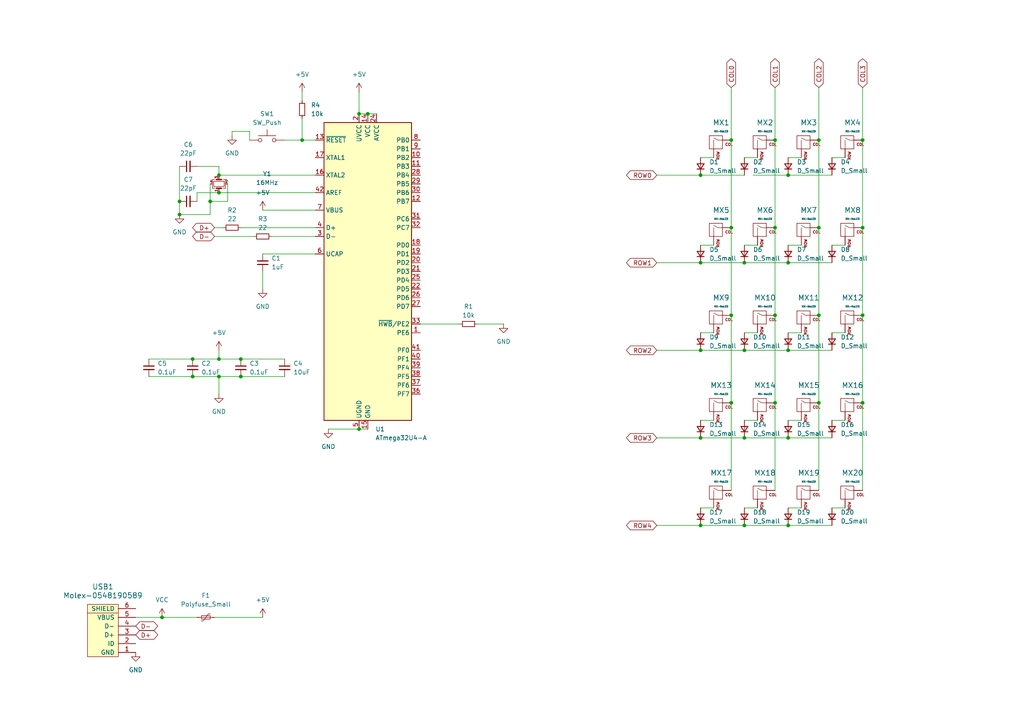
<source format=kicad_sch>
(kicad_sch (version 20230121) (generator eeschema)
  (paper "A4")
  (lib_symbols
    (symbol "Device:C_Small" (pin_numbers hide) (pin_names (offset 0.254) hide)
      (property "Reference" "C" (at 0.254 1.778 0))
      (property "Value" "C_Small" (at 0.254 -2.032 0))
      (symbol "C_Small_0_1"
        (polyline (pts (xy -1.524 -0.508) (xy 1.524 -0.508)) (stroke (width 0.3302)))
        (polyline (pts (xy -1.524 0.508) (xy 1.524 0.508)) (stroke (width 0.3048)))
      )
      (symbol "C_Small_1_1"
        (pin passive line (at 0 2.54 270) (length 2.032) (name "~") (number "1"))
        (pin passive line (at 0 -2.54 90) (length 2.032) (name "~") (number "2"))
      )
    )
    (symbol "Device:Crystal_GND24_Small" (pin_names (offset 1.016) hide)
      (property "Reference" "Y" (at 1.27 4.445 0))
      (property "Value" "Crystal_GND24_Small" (at 1.27 2.54 0))
      (symbol "Crystal_GND24_Small_0_1"
        (rectangle (start -0.762 -1.524) (end 0.762 1.524))
        (polyline (pts (xy -1.27 -0.762) (xy -1.27 0.762)) (stroke (width 0.381)))
        (polyline (pts (xy 1.27 -0.762) (xy 1.27 0.762)) (stroke (width 0.381)))
        (polyline (pts (xy -1.27 -1.27) (xy -1.27 -1.905) (xy 1.27 -1.905) (xy 1.27 -1.27)))
        (polyline (pts (xy -1.27 1.27) (xy -1.27 1.905) (xy 1.27 1.905) (xy 1.27 1.27)))
      )
      (symbol "Crystal_GND24_Small_1_1"
        (pin passive line (at -2.54 0 0) (length 1.27) (name "1") (number "1"))
        (pin passive line (at 0 -2.54 90) (length 0.635) (name "2") (number "2"))
        (pin passive line (at 2.54 0 180) (length 1.27) (name "3") (number "3"))
        (pin passive line (at 0 2.54 270) (length 0.635) (name "4") (number "4"))
      )
    )
    (symbol "Device:D_Small" (pin_numbers hide) (pin_names (offset 0.254) hide)
      (property "Reference" "D" (at -1.27 2.032 0))
      (property "Value" "D_Small" (at -3.81 -2.032 0))
      (symbol "D_Small_0_1"
        (polyline (pts (xy -0.762 -1.016) (xy -0.762 1.016)) (stroke (width 0.254)))
        (polyline (pts (xy -0.762 0) (xy 0.762 0)))
        (polyline (pts (xy 0.762 -1.016) (xy -0.762 0) (xy 0.762 1.016) (xy 0.762 -1.016)) (stroke (width 0.254)))
      )
      (symbol "D_Small_1_1"
        (pin passive line (at -2.54 0 0) (length 1.778) (name "K") (number "1"))
        (pin passive line (at 2.54 0 180) (length 1.778) (name "A") (number "2"))
      )
    )
    (symbol "Device:Polyfuse_Small" (pin_numbers hide) (pin_names (offset 0))
      (property "Reference" "F" (at -1.905 0 90))
      (property "Value" "Polyfuse_Small" (at 1.905 0 90))
      (symbol "Polyfuse_Small_0_1"
        (rectangle (start -0.508 1.27) (end 0.508 -1.27))
        (polyline (pts (xy 0 2.54) (xy 0 -2.54)))
        (polyline (pts (xy -1.016 1.27) (xy -1.016 0.762) (xy 1.016 -0.762) (xy 1.016 -1.27)))
      )
      (symbol "Polyfuse_Small_1_1"
        (pin passive line (at 0 2.54 270) (length 0.635) (name "~") (number "1"))
        (pin passive line (at 0 -2.54 90) (length 0.635) (name "~") (number "2"))
      )
    )
    (symbol "Device:R_Small" (pin_numbers hide) (pin_names (offset 0.254) hide)
      (property "Reference" "R" (at 0.762 0.508 0))
      (property "Value" "R_Small" (at 0.762 -1.016 0))
      (symbol "R_Small_0_1"
        (rectangle (start -0.762 1.778) (end 0.762 -1.778) (stroke (width 0.2032)))
      )
      (symbol "R_Small_1_1"
        (pin passive line (at 0 2.54 270) (length 0.762) (name "~") (number "1"))
        (pin passive line (at 0 -2.54 90) (length 0.762) (name "~") (number "2"))
      )
    )
    (symbol "MCU_Microchip_ATmega:ATmega32U4-A"
      (property "Reference" "U" (at -12.7 44.45 0))
      (property "Value" "ATmega32U4-A" (at 2.54 -44.45 0))
      (symbol "ATmega32U4-A_0_1"
        (rectangle (start -12.7 -43.18) (end 12.7 43.18) (stroke (width 0.254)) (fill (type background)))
      )
      (symbol "ATmega32U4-A_1_1"
        (pin bidirectional line (at 15.24 -17.78 180) (length 2.54) (name "PE6") (number "1"))
        (pin bidirectional line (at 15.24 33.02 180) (length 2.54) (name "PB2") (number "10"))
        (pin bidirectional line (at 15.24 30.48 180) (length 2.54) (name "PB3") (number "11"))
        (pin bidirectional line (at 15.24 20.32 180) (length 2.54) (name "PB7") (number "12"))
        (pin input line (at -15.24 38.1 0) (length 2.54) (name "~{RESET}") (number "13"))
        (pin power_in line (at 0 45.72 270) (length 2.54) (name "VCC") (number "14"))
        (pin power_in line (at 0 -45.72 90) (length 2.54) (name "GND") (number "15"))
        (pin output line (at -15.24 27.94 0) (length 2.54) (name "XTAL2") (number "16"))
        (pin input line (at -15.24 33.02 0) (length 2.54) (name "XTAL1") (number "17"))
        (pin bidirectional line (at 15.24 7.62 180) (length 2.54) (name "PD0") (number "18"))
        (pin bidirectional line (at 15.24 5.08 180) (length 2.54) (name "PD1") (number "19"))
        (pin power_in line (at -2.54 45.72 270) (length 2.54) (name "UVCC") (number "2"))
        (pin bidirectional line (at 15.24 2.54 180) (length 2.54) (name "PD2") (number "20"))
        (pin bidirectional line (at 15.24 0 180) (length 2.54) (name "PD3") (number "21"))
        (pin bidirectional line (at 15.24 -5.08 180) (length 2.54) (name "PD5") (number "22"))
        (pin passive line (at 0 -45.72 90) (length 2.54) hide (name "GND") (number "23"))
        (pin power_in line (at 2.54 45.72 270) (length 2.54) (name "AVCC") (number "24"))
        (pin bidirectional line (at 15.24 -2.54 180) (length 2.54) (name "PD4") (number "25"))
        (pin bidirectional line (at 15.24 -7.62 180) (length 2.54) (name "PD6") (number "26"))
        (pin bidirectional line (at 15.24 -10.16 180) (length 2.54) (name "PD7") (number "27"))
        (pin bidirectional line (at 15.24 27.94 180) (length 2.54) (name "PB4") (number "28"))
        (pin bidirectional line (at 15.24 25.4 180) (length 2.54) (name "PB5") (number "29"))
        (pin bidirectional line (at -15.24 10.16 0) (length 2.54) (name "D-") (number "3"))
        (pin bidirectional line (at 15.24 22.86 180) (length 2.54) (name "PB6") (number "30"))
        (pin bidirectional line (at 15.24 15.24 180) (length 2.54) (name "PC6") (number "31"))
        (pin bidirectional line (at 15.24 12.7 180) (length 2.54) (name "PC7") (number "32"))
        (pin bidirectional line (at 15.24 -15.24 180) (length 2.54) (name "~{HWB}/PE2") (number "33"))
        (pin passive line (at 0 45.72 270) (length 2.54) hide (name "VCC") (number "34"))
        (pin passive line (at 0 -45.72 90) (length 2.54) hide (name "GND") (number "35"))
        (pin bidirectional line (at 15.24 -35.56 180) (length 2.54) (name "PF7") (number "36"))
        (pin bidirectional line (at 15.24 -33.02 180) (length 2.54) (name "PF6") (number "37"))
        (pin bidirectional line (at 15.24 -30.48 180) (length 2.54) (name "PF5") (number "38"))
        (pin bidirectional line (at 15.24 -27.94 180) (length 2.54) (name "PF4") (number "39"))
        (pin bidirectional line (at -15.24 12.7 0) (length 2.54) (name "D+") (number "4"))
        (pin bidirectional line (at 15.24 -25.4 180) (length 2.54) (name "PF1") (number "40"))
        (pin bidirectional line (at 15.24 -22.86 180) (length 2.54) (name "PF0") (number "41"))
        (pin passive line (at -15.24 22.86 0) (length 2.54) (name "AREF") (number "42"))
        (pin passive line (at 0 -45.72 90) (length 2.54) hide (name "GND") (number "43"))
        (pin passive line (at 2.54 45.72 270) (length 2.54) hide (name "AVCC") (number "44"))
        (pin passive line (at -2.54 -45.72 90) (length 2.54) (name "UGND") (number "5"))
        (pin passive line (at -15.24 5.08 0) (length 2.54) (name "UCAP") (number "6"))
        (pin input line (at -15.24 17.78 0) (length 2.54) (name "VBUS") (number "7"))
        (pin bidirectional line (at 15.24 38.1 180) (length 2.54) (name "PB0") (number "8"))
        (pin bidirectional line (at 15.24 35.56 180) (length 2.54) (name "PB1") (number "9"))
      )
    )
    (symbol "MX_Alps_Hybrid:MX-NoLED" (pin_names (offset 1.016))
      (property "Reference" "MX" (at -0.635 3.81 0))
      (property "Value" "MX-NoLED" (at -0.635 1.27 0))
      (symbol "MX-NoLED_0_0"
        (rectangle (start -2.54 2.54) (end 1.27 -1.27))
        (polyline (pts (xy -1.27 -1.27) (xy -1.27 1.27)) (stroke (width 0.127)))
        (polyline (pts (xy 1.27 1.27) (xy 0 1.27) (xy -1.27 1.905)) (stroke (width 0.127)))
        (text "COL" (at 3.175 0 0) (effects (font (size 0.762 0.762))))
        (text "ROW" (at 0 -1.905 900) (effects (font (size 0.762 0.762)) (justify right)))
      )
      (symbol "MX-NoLED_1_1"
        (pin passive line (at 3.81 1.27 180) (length 2.54) (name "COL") (number "1"))
        (pin passive line (at -1.27 -3.81 90) (length 2.54) (name "ROW") (number "2"))
      )
    )
    (symbol "Switch:SW_Push" (pin_numbers hide) (pin_names (offset 1.016) hide)
      (property "Reference" "SW" (at 1.27 2.54 0))
      (property "Value" "SW_Push" (at 0 -1.524 0))
      (symbol "SW_Push_0_1"
        (circle (center -2.032 0) (radius 0.508))
        (polyline (pts (xy 0 1.27) (xy 0 3.048)))
        (polyline (pts (xy 2.54 1.27) (xy -2.54 1.27)))
        (circle (center 2.032 0) (radius 0.508))
        (pin passive line (at -5.08 0 0) (length 2.54) (name "1") (number "1"))
        (pin passive line (at 5.08 0 180) (length 2.54) (name "2") (number "2"))
      )
    )
    (symbol "power:+5V" (power) (pin_names (offset 0))
      (property "Value" "+5V" (at 0 3.556 0))
      (symbol "+5V_0_1"
        (polyline (pts (xy -0.762 1.27) (xy 0 2.54)))
        (polyline (pts (xy 0 0) (xy 0 2.54)))
        (polyline (pts (xy 0 2.54) (xy 0.762 1.27)))
      )
      (symbol "+5V_1_1"
        (pin power_in line (at 0 0 90) (length 0) hide (name "+5V") (number "1"))
      )
    )
    (symbol "power:GND" (power) (pin_names (offset 0))
      (property "Value" "GND" (at 0 -3.81 0))
      (symbol "GND_0_1"
        (polyline (pts (xy 0 0) (xy 0 -1.27) (xy 1.27 -1.27) (xy 0 -2.54) (xy -1.27 -1.27) (xy 0 -1.27)))
      )
      (symbol "GND_1_1"
        (pin power_in line (at 0 0 270) (length 0) hide (name "GND") (number "1"))
      )
    )
    (symbol "power:VCC" (power) (pin_names (offset 0))
      (property "Value" "VCC" (at 0 3.81 0))
      (symbol "VCC_0_1"
        (polyline (pts (xy -0.762 1.27) (xy 0 2.54)))
        (polyline (pts (xy 0 0) (xy 0 2.54)))
        (polyline (pts (xy 0 2.54) (xy 0.762 1.27)))
      )
      (symbol "VCC_1_1"
        (pin power_in line (at 0 0 90) (length 0) hide (name "VCC") (number "1"))
      )
    )
    (symbol "random-keyboard-parts:Molex-0548190589" (pin_names (offset 1.016))
      (property "Reference" "USB" (at 0 7.62 0))
      (property "Value" "Molex-0548190589" (at 0 10.16 0))
      (symbol "Molex-0548190589_0_0"
        (polyline (pts (xy 6.35 -2.54) (xy 6.35 6.35)))
        (rectangle (start 8.89 -2.54) (end -6.35 6.35) (fill (type background)))
      )
      (symbol "Molex-0548190589_1_1"
        (pin input line (at -5.08 -7.62 90) (length 5.08) (name "GND") (number "1"))
        (pin input line (at -2.54 -7.62 90) (length 5.08) (name "ID") (number "2"))
        (pin input line (at 0 -7.62 90) (length 5.08) (name "D+") (number "3"))
        (pin input line (at 2.54 -7.62 90) (length 5.08) (name "D-") (number "4"))
        (pin input line (at 5.08 -7.62 90) (length 5.08) (name "VBUS") (number "5"))
        (pin input line (at 7.62 -7.62 90) (length 5.08) (name "SHIELD") (number "6"))
      )
    )
  )
  (junction (at 106.68 33.02))
  (junction (at 212.09 116.84))
  (junction (at 63.5 104.14))
  (junction (at 237.49 116.84))
  (junction (at 203.2 101.6))
  (junction (at 104.14 124.46))
  (junction (at 250.19 91.44))
  (junction (at 52.07 62.23))
  (junction (at 228.6 152.4))
  (junction (at 212.09 40.64))
  (junction (at 237.49 91.44))
  (junction (at 52.07 58.42))
  (junction (at 63.5 55.88))
  (junction (at 55.88 109.22))
  (junction (at 203.2 50.8))
  (junction (at 215.9 76.2))
  (junction (at 250.19 40.64))
  (junction (at 228.6 76.2))
  (junction (at 87.63 40.64))
  (junction (at 215.9 101.6))
  (junction (at 60.96 58.42))
  (junction (at 69.85 104.14))
  (junction (at 212.09 66.04))
  (junction (at 224.79 40.64))
  (junction (at 228.6 50.8))
  (junction (at 250.19 116.84))
  (junction (at 228.6 101.6))
  (junction (at 55.88 104.14))
  (junction (at 224.79 116.84))
  (junction (at 237.49 66.04))
  (junction (at 203.2 127))
  (junction (at 63.5 50.8))
  (junction (at 224.79 91.44))
  (junction (at 224.79 66.04))
  (junction (at 46.99 179.07))
  (junction (at 104.14 33.02))
  (junction (at 250.19 66.04))
  (junction (at 237.49 40.64))
  (junction (at 203.2 76.2))
  (junction (at 228.6 127))
  (junction (at 212.09 91.44))
  (junction (at 215.9 127))
  (junction (at 69.85 109.22))
  (junction (at 203.2 152.4))
  (junction (at 63.5 109.22))
  (junction (at 215.9 152.4))
  (wire (pts (xy 87.63 40.64) (xy 91.44 40.64)))
  (wire (pts (xy 203.2 101.6) (xy 215.9 101.6)))
  (wire (pts (xy 76.2 60.96) (xy 91.44 60.96)))
  (wire (pts (xy 62.23 66.04) (xy 64.77 66.04)))
  (wire (pts (xy 72.39 40.64) (xy 72.39 38.1)))
  (wire (pts (xy 203.2 121.92) (xy 207.01 121.92)))
  (wire (pts (xy 212.09 25.4) (xy 212.09 40.64)))
  (wire (pts (xy 66.04 58.42) (xy 60.96 58.42)))
  (wire (pts (xy 215.9 76.2) (xy 228.6 76.2)))
  (wire (pts (xy 39.37 179.07) (xy 46.99 179.07)))
  (wire (pts (xy 55.88 109.22) (xy 63.5 109.22)))
  (wire (pts (xy 95.25 124.46) (xy 104.14 124.46)))
  (wire (pts (xy 228.6 147.32) (xy 232.41 147.32)))
  (wire (pts (xy 215.9 147.32) (xy 219.71 147.32)))
  (wire (pts (xy 121.92 93.98) (xy 133.35 93.98)))
  (wire (pts (xy 228.6 96.52) (xy 232.41 96.52)))
  (wire (pts (xy 69.85 104.14) (xy 82.55 104.14)))
  (wire (pts (xy 228.6 121.92) (xy 232.41 121.92)))
  (wire (pts (xy 228.6 152.4) (xy 241.3 152.4)))
  (wire (pts (xy 69.85 109.22) (xy 82.55 109.22)))
  (wire (pts (xy 212.09 40.64) (xy 212.09 66.04)))
  (wire (pts (xy 63.5 104.14) (xy 69.85 104.14)))
  (wire (pts (xy 250.19 40.64) (xy 250.19 66.04)))
  (wire (pts (xy 250.19 116.84) (xy 250.19 142.24)))
  (wire (pts (xy 215.9 71.12) (xy 219.71 71.12)))
  (wire (pts (xy 237.49 66.04) (xy 237.49 91.44)))
  (wire (pts (xy 62.23 68.58) (xy 73.66 68.58)))
  (wire (pts (xy 212.09 116.84) (xy 212.09 142.24)))
  (wire (pts (xy 250.19 91.44) (xy 250.19 116.84)))
  (wire (pts (xy 224.79 91.44) (xy 224.79 116.84)))
  (wire (pts (xy 52.07 58.42) (xy 52.07 62.23)))
  (wire (pts (xy 212.09 91.44) (xy 212.09 116.84)))
  (wire (pts (xy 87.63 34.29) (xy 87.63 40.64)))
  (wire (pts (xy 138.43 93.98) (xy 146.05 93.98)))
  (wire (pts (xy 63.5 50.8) (xy 63.5 48.26)))
  (wire (pts (xy 250.19 25.4) (xy 250.19 40.64)))
  (wire (pts (xy 224.79 25.4) (xy 224.79 40.64)))
  (wire (pts (xy 241.3 121.92) (xy 245.11 121.92)))
  (wire (pts (xy 215.9 127) (xy 228.6 127)))
  (wire (pts (xy 190.5 50.8) (xy 203.2 50.8)))
  (wire (pts (xy 52.07 48.26) (xy 52.07 58.42)))
  (wire (pts (xy 203.2 147.32) (xy 207.01 147.32)))
  (wire (pts (xy 237.49 40.64) (xy 237.49 66.04)))
  (wire (pts (xy 57.15 55.88) (xy 57.15 58.42)))
  (wire (pts (xy 76.2 78.74) (xy 76.2 83.82)))
  (wire (pts (xy 241.3 71.12) (xy 245.11 71.12)))
  (wire (pts (xy 63.5 55.88) (xy 91.44 55.88)))
  (wire (pts (xy 66.04 53.34) (xy 66.04 58.42)))
  (wire (pts (xy 60.96 58.42) (xy 60.96 62.23)))
  (wire (pts (xy 224.79 116.84) (xy 224.79 142.24)))
  (wire (pts (xy 52.07 62.23) (xy 60.96 62.23)))
  (wire (pts (xy 203.2 152.4) (xy 215.9 152.4)))
  (wire (pts (xy 63.5 109.22) (xy 69.85 109.22)))
  (wire (pts (xy 67.31 38.1) (xy 67.31 39.37)))
  (wire (pts (xy 63.5 48.26) (xy 57.15 48.26)))
  (wire (pts (xy 215.9 121.92) (xy 219.71 121.92)))
  (wire (pts (xy 212.09 66.04) (xy 212.09 91.44)))
  (wire (pts (xy 218.44 50.8) (xy 228.6 50.8)))
  (wire (pts (xy 237.49 116.84) (xy 237.49 142.24)))
  (wire (pts (xy 190.5 101.6) (xy 203.2 101.6)))
  (wire (pts (xy 237.49 91.44) (xy 237.49 116.84)))
  (wire (pts (xy 82.55 40.64) (xy 87.63 40.64)))
  (wire (pts (xy 228.6 45.72) (xy 232.41 45.72)))
  (wire (pts (xy 106.68 33.02) (xy 109.22 33.02)))
  (wire (pts (xy 241.3 96.52) (xy 245.11 96.52)))
  (wire (pts (xy 72.39 38.1) (xy 67.31 38.1)))
  (wire (pts (xy 228.6 101.6) (xy 241.3 101.6)))
  (wire (pts (xy 63.5 55.88) (xy 57.15 55.88)))
  (wire (pts (xy 104.14 26.67) (xy 104.14 33.02)))
  (wire (pts (xy 63.5 50.8) (xy 91.44 50.8)))
  (wire (pts (xy 237.49 25.4) (xy 237.49 40.64)))
  (wire (pts (xy 55.88 104.14) (xy 63.5 104.14)))
  (wire (pts (xy 228.6 50.8) (xy 241.3 50.8)))
  (wire (pts (xy 63.5 109.22) (xy 63.5 114.3)))
  (wire (pts (xy 241.3 45.72) (xy 245.11 45.72)))
  (wire (pts (xy 224.79 66.04) (xy 224.79 91.44)))
  (wire (pts (xy 215.9 45.72) (xy 219.71 45.72)))
  (wire (pts (xy 43.18 109.22) (xy 55.88 109.22)))
  (wire (pts (xy 215.9 152.4) (xy 228.6 152.4)))
  (wire (pts (xy 190.5 152.4) (xy 203.2 152.4)))
  (wire (pts (xy 215.9 96.52) (xy 219.71 96.52)))
  (wire (pts (xy 76.2 73.66) (xy 91.44 73.66)))
  (wire (pts (xy 87.63 26.67) (xy 87.63 29.21)))
  (wire (pts (xy 203.2 127) (xy 215.9 127)))
  (wire (pts (xy 63.5 104.14) (xy 63.5 101.6)))
  (wire (pts (xy 203.2 45.72) (xy 207.01 45.72)))
  (wire (pts (xy 228.6 127) (xy 241.3 127)))
  (wire (pts (xy 203.2 96.52) (xy 207.01 96.52)))
  (wire (pts (xy 104.14 124.46) (xy 106.68 124.46)))
  (wire (pts (xy 190.5 76.2) (xy 203.2 76.2)))
  (wire (pts (xy 224.79 40.64) (xy 224.79 66.04)))
  (wire (pts (xy 62.23 179.07) (xy 76.2 179.07)))
  (wire (pts (xy 46.99 179.07) (xy 57.15 179.07)))
  (wire (pts (xy 228.6 76.2) (xy 241.3 76.2)))
  (wire (pts (xy 203.2 71.12) (xy 207.01 71.12)))
  (wire (pts (xy 69.85 66.04) (xy 91.44 66.04)))
  (wire (pts (xy 60.96 53.34) (xy 60.96 58.42)))
  (wire (pts (xy 203.2 76.2) (xy 215.9 76.2)))
  (wire (pts (xy 190.5 127) (xy 203.2 127)))
  (wire (pts (xy 241.3 147.32) (xy 245.11 147.32)))
  (wire (pts (xy 43.18 104.14) (xy 55.88 104.14)))
  (wire (pts (xy 250.19 66.04) (xy 250.19 91.44)))
  (wire (pts (xy 203.2 50.8) (xy 215.9 50.8)))
  (wire (pts (xy 78.74 68.58) (xy 91.44 68.58)))
  (wire (pts (xy 215.9 101.6) (xy 228.6 101.6)))
  (wire (pts (xy 104.14 33.02) (xy 106.68 33.02)))
  (wire (pts (xy 228.6 71.12) (xy 232.41 71.12)))
  (global_label "COL1" (shape bidirectional) (at 224.79 25.4 90) (property "Intersheetrefs" "${INTERSHEET_REFS}" (effects hide)))
  (global_label "D-" (shape bidirectional) (at 62.23 68.58 180) (property "Intersheetrefs" "${INTERSHEET_REFS}" (effects hide)))
  (global_label "D-" (shape bidirectional) (at 39.37 181.61 0) (property "Intersheetrefs" "${INTERSHEET_REFS}" (effects hide)))
  (global_label "COL0" (shape bidirectional) (at 212.09 25.4 90) (property "Intersheetrefs" "${INTERSHEET_REFS}" (effects hide)))
  (global_label "D+" (shape bidirectional) (at 62.23 66.04 180) (property "Intersheetrefs" "${INTERSHEET_REFS}" (effects hide)))
  (global_label "ROW4" (shape bidirectional) (at 190.5 152.4 180) (property "Intersheetrefs" "${INTERSHEET_REFS}" (effects hide)))
  (global_label "ROW2" (shape bidirectional) (at 190.5 101.6 180) (property "Intersheetrefs" "${INTERSHEET_REFS}" (effects hide)))
  (global_label "ROW0" (shape bidirectional) (at 190.5 50.8 180) (property "Intersheetrefs" "${INTERSHEET_REFS}" (effects hide)))
  (global_label "COL3" (shape bidirectional) (at 250.19 25.4 90) (property "Intersheetrefs" "${INTERSHEET_REFS}" (effects hide)))
  (global_label "D+" (shape bidirectional) (at 39.37 184.15 0) (property "Intersheetrefs" "${INTERSHEET_REFS}" (effects hide)))
  (global_label "ROW1" (shape bidirectional) (at 190.5 76.2 180) (property "Intersheetrefs" "${INTERSHEET_REFS}" (effects hide)))
  (global_label "COL2" (shape bidirectional) (at 237.49 25.4 90) (property "Intersheetrefs" "${INTERSHEET_REFS}" (effects hide)))
  (global_label "ROW3" (shape bidirectional) (at 190.5 127 180) (property "Intersheetrefs" "${INTERSHEET_REFS}" (effects hide)))
  (symbol (lib_id "Device:D_Small") (at 228.6 48.26 90) (unit 1)
    (property "Reference" "D3" (at 231.14 46.99 90) (effects (justify right)))
    (property "Value" "D_Small" (at 231.14 49.53 90) (effects (justify right)))
    (property "Sim.Device" "D" (effects hide))
    (property "Sim.Pins" "1=K 2=A" (effects hide))
  )
  (symbol (lib_id "Device:D_Small") (at 228.6 149.86 90) (unit 1)
    (property "Reference" "D19" (at 231.14 148.59 90) (effects (justify right)))
    (property "Value" "D_Small" (at 231.14 151.13 90) (effects (justify right)))
    (property "Sim.Device" "D" (effects hide))
    (property "Sim.Pins" "1=K 2=A" (effects hide))
  )
  (symbol (lib_id "Device:D_Small") (at 241.3 149.86 90) (unit 1)
    (property "Reference" "D20" (at 243.84 148.59 90) (effects (justify right)))
    (property "Value" "D_Small" (at 243.84 151.13 90) (effects (justify right)))
    (property "Sim.Device" "D" (effects hide))
    (property "Sim.Pins" "1=K 2=A" (effects hide))
  )
  (symbol (lib_id "MCU_Microchip_ATmega:ATmega32U4-A") (at 106.68 78.74 0) (unit 1)
    (property "Reference" "U1" (at 108.8741 124.46 0) (effects (justify left)))
    (property "Value" "ATmega32U4-A" (at 108.8741 127 0) (effects (justify left)))
    (property "Footprint" "Package_QFP:TQFP-44_10x10mm_P0.8mm" (effects hide))
    (property "Datasheet" "http://ww1.microchip.com/downloads/en/DeviceDoc/Atmel-7766-8-bit-AVR-ATmega16U4-32U4_Datasheet.pdf" (effects hide))
  )
  (symbol (lib_id "Device:D_Small") (at 215.9 48.26 90) (unit 1)
    (property "Reference" "D2" (at 218.44 46.99 90) (effects (justify right)))
    (property "Value" "D_Small" (at 218.44 49.53 90) (effects (justify right)))
    (property "Sim.Device" "D" (effects hide))
    (property "Sim.Pins" "1=K 2=A" (effects hide))
  )
  (symbol (lib_id "MX_Alps_Hybrid:MX-NoLED") (at 246.38 143.51 0) (unit 1)
    (property "Reference" "MX20" (at 247.2752 137.16 0) (effects (font (size 1.524 1.524))))
    (property "Value" "MX-NoLED" (at 247.2752 139.7 0) (effects (font (size 0.508 0.508))))
  )
  (symbol (lib_id "Device:C_Small") (at 76.2 76.2 180) (unit 1)
    (property "Reference" "C1" (at 78.74 74.9236 0) (effects (justify right)))
    (property "Value" "1uF" (at 78.74 77.4636 0) (effects (justify right)))
  )
  (symbol (lib_id "power:+5V") (at 104.14 26.67 0) (unit 1)
    (property "Reference" "#PWR02" (effects hide))
    (property "Value" "+5V" (at 104.14 21.59 0))
  )
  (symbol (lib_id "Device:R_Small") (at 76.2 68.58 90) (unit 1)
    (property "Reference" "R3" (at 76.2 63.5 90))
    (property "Value" "22" (at 76.2 66.04 90))
  )
  (symbol (lib_id "Device:C_Small") (at 54.61 58.42 90) (unit 1)
    (property "Reference" "C7" (at 54.6163 52.07 90))
    (property "Value" "22pF" (at 54.6163 54.61 90))
  )
  (symbol (lib_id "MX_Alps_Hybrid:MX-NoLED") (at 208.28 67.31 0) (unit 1)
    (property "Reference" "MX5" (at 209.1752 60.96 0) (effects (font (size 1.524 1.524))))
    (property "Value" "MX-NoLED" (at 209.1752 63.5 0) (effects (font (size 0.508 0.508))))
  )
  (symbol (lib_id "MX_Alps_Hybrid:MX-NoLED") (at 220.98 118.11 0) (unit 1)
    (property "Reference" "MX14" (at 221.8752 111.76 0) (effects (font (size 1.524 1.524))))
    (property "Value" "MX-NoLED" (at 221.8752 114.3 0) (effects (font (size 0.508 0.508))))
  )
  (symbol (lib_id "Device:C_Small") (at 43.18 106.68 0) (unit 1)
    (property "Reference" "C5" (at 45.72 105.4163 0) (effects (justify left)))
    (property "Value" "0.1uF" (at 45.72 107.9563 0) (effects (justify left)))
  )
  (symbol (lib_id "MX_Alps_Hybrid:MX-NoLED") (at 246.38 118.11 0) (unit 1)
    (property "Reference" "MX16" (at 247.2752 111.76 0) (effects (font (size 1.524 1.524))))
    (property "Value" "MX-NoLED" (at 247.2752 114.3 0) (effects (font (size 0.508 0.508))))
  )
  (symbol (lib_id "MX_Alps_Hybrid:MX-NoLED") (at 220.98 143.51 0) (unit 1)
    (property "Reference" "MX18" (at 221.8752 137.16 0) (effects (font (size 1.524 1.524))))
    (property "Value" "MX-NoLED" (at 221.8752 139.7 0) (effects (font (size 0.508 0.508))))
  )
  (symbol (lib_id "Device:C_Small") (at 82.55 106.68 0) (unit 1)
    (property "Reference" "C4" (at 85.09 105.4163 0) (effects (justify left)))
    (property "Value" "10uF" (at 85.09 107.9563 0) (effects (justify left)))
  )
  (symbol (lib_id "Device:D_Small") (at 215.9 73.66 90) (unit 1)
    (property "Reference" "D6" (at 218.44 72.39 90) (effects (justify right)))
    (property "Value" "D_Small" (at 218.44 74.93 90) (effects (justify right)))
    (property "Sim.Device" "D" (effects hide))
    (property "Sim.Pins" "1=K 2=A" (effects hide))
  )
  (symbol (lib_id "Device:D_Small") (at 203.2 149.86 90) (unit 1)
    (property "Reference" "D17" (at 205.74 148.59 90) (effects (justify right)))
    (property "Value" "D_Small" (at 205.74 151.13 90) (effects (justify right)))
    (property "Sim.Device" "D" (effects hide))
    (property "Sim.Pins" "1=K 2=A" (effects hide))
  )
  (symbol (lib_id "power:+5V") (at 87.63 26.67 0) (unit 1)
    (property "Reference" "#PWR010" (effects hide))
    (property "Value" "+5V" (at 87.63 21.59 0))
  )
  (symbol (lib_id "power:GND") (at 76.2 83.82 0) (unit 1)
    (property "Reference" "#PWR04" (effects hide))
    (property "Value" "GND" (at 76.2 88.9 0))
  )
  (symbol (lib_id "random-keyboard-parts:Molex-0548190589") (at 31.75 184.15 90) (unit 1)
    (property "Reference" "USB1" (at 29.845 170.18 90) (effects (font (size 1.524 1.524))))
    (property "Value" "Molex-0548190589" (at 29.845 172.72 90) (effects (font (size 1.524 1.524))))
  )
  (symbol (lib_id "power:+5V") (at 76.2 60.96 0) (unit 1)
    (property "Reference" "#PWR07" (effects hide))
    (property "Value" "+5V" (at 76.2 55.88 0))
  )
  (symbol (lib_id "Device:D_Small") (at 203.2 124.46 90) (unit 1)
    (property "Reference" "D13" (at 205.74 123.19 90) (effects (justify right)))
    (property "Value" "D_Small" (at 205.74 125.73 90) (effects (justify right)))
    (property "Sim.Device" "D" (effects hide))
    (property "Sim.Pins" "1=K 2=A" (effects hide))
  )
  (symbol (lib_id "MX_Alps_Hybrid:MX-NoLED") (at 246.38 41.91 0) (unit 1)
    (property "Reference" "MX4" (at 247.2752 35.56 0) (effects (font (size 1.524 1.524))))
    (property "Value" "MX-NoLED" (at 247.2752 38.1 0) (effects (font (size 0.508 0.508))))
  )
  (symbol (lib_id "Device:C_Small") (at 69.85 106.68 0) (unit 1)
    (property "Reference" "C3" (at 72.39 105.4163 0) (effects (justify left)))
    (property "Value" "0.1uF" (at 72.39 107.9563 0) (effects (justify left)))
  )
  (symbol (lib_id "Device:Crystal_GND24_Small") (at 63.5 53.34 90) (unit 1)
    (property "Reference" "Y1" (at 77.47 50.4257 90))
    (property "Value" "16MHz" (at 77.47 52.9657 90))
  )
  (symbol (lib_id "Device:D_Small") (at 215.9 124.46 90) (unit 1)
    (property "Reference" "D14" (at 218.44 123.19 90) (effects (justify right)))
    (property "Value" "D_Small" (at 218.44 125.73 90) (effects (justify right)))
    (property "Sim.Device" "D" (effects hide))
    (property "Sim.Pins" "1=K 2=A" (effects hide))
  )
  (symbol (lib_id "Device:D_Small") (at 215.9 149.86 90) (unit 1)
    (property "Reference" "D18" (at 218.44 148.59 90) (effects (justify right)))
    (property "Value" "D_Small" (at 218.44 151.13 90) (effects (justify right)))
    (property "Sim.Device" "D" (effects hide))
    (property "Sim.Pins" "1=K 2=A" (effects hide))
  )
  (symbol (lib_id "MX_Alps_Hybrid:MX-NoLED") (at 208.28 92.71 0) (unit 1)
    (property "Reference" "MX9" (at 209.1752 86.36 0) (effects (font (size 1.524 1.524))))
    (property "Value" "MX-NoLED" (at 209.1752 88.9 0) (effects (font (size 0.508 0.508))))
  )
  (symbol (lib_id "Device:Polyfuse_Small") (at 59.69 179.07 90) (unit 1)
    (property "Reference" "F1" (at 59.69 172.72 90))
    (property "Value" "Polyfuse_Small" (at 59.69 175.26 90))
  )
  (symbol (lib_id "MX_Alps_Hybrid:MX-NoLED") (at 220.98 92.71 0) (unit 1)
    (property "Reference" "MX10" (at 221.8752 86.36 0) (effects (font (size 1.524 1.524))))
    (property "Value" "MX-NoLED" (at 221.8752 88.9 0) (effects (font (size 0.508 0.508))))
  )
  (symbol (lib_id "power:VCC") (at 46.99 179.07 0) (unit 1)
    (property "Reference" "#PWR011" (effects hide))
    (property "Value" "VCC" (at 46.99 173.99 0))
  )
  (symbol (lib_id "Device:D_Small") (at 241.3 48.26 90) (unit 1)
    (property "Reference" "D4" (at 243.84 46.99 90) (effects (justify right)))
    (property "Value" "D_Small" (at 243.84 49.53 90) (effects (justify right)))
    (property "Sim.Device" "D" (effects hide))
    (property "Sim.Pins" "1=K 2=A" (effects hide))
  )
  (symbol (lib_id "MX_Alps_Hybrid:MX-NoLED") (at 233.68 67.31 0) (unit 1)
    (property "Reference" "MX7" (at 234.5752 60.96 0) (effects (font (size 1.524 1.524))))
    (property "Value" "MX-NoLED" (at 234.5752 63.5 0) (effects (font (size 0.508 0.508))))
  )
  (symbol (lib_id "MX_Alps_Hybrid:MX-NoLED") (at 208.28 118.11 0) (unit 1)
    (property "Reference" "MX13" (at 209.1752 111.76 0) (effects (font (size 1.524 1.524))))
    (property "Value" "MX-NoLED" (at 209.1752 114.3 0) (effects (font (size 0.508 0.508))))
  )
  (symbol (lib_id "Device:D_Small") (at 228.6 124.46 90) (unit 1)
    (property "Reference" "D15" (at 231.14 123.19 90) (effects (justify right)))
    (property "Value" "D_Small" (at 231.14 125.73 90) (effects (justify right)))
    (property "Sim.Device" "D" (effects hide))
    (property "Sim.Pins" "1=K 2=A" (effects hide))
  )
  (symbol (lib_id "MX_Alps_Hybrid:MX-NoLED") (at 233.68 92.71 0) (unit 1)
    (property "Reference" "MX11" (at 234.5752 86.36 0) (effects (font (size 1.524 1.524))))
    (property "Value" "MX-NoLED" (at 234.5752 88.9 0) (effects (font (size 0.508 0.508))))
  )
  (symbol (lib_id "MX_Alps_Hybrid:MX-NoLED") (at 233.68 143.51 0) (unit 1)
    (property "Reference" "MX19" (at 234.5752 137.16 0) (effects (font (size 1.524 1.524))))
    (property "Value" "MX-NoLED" (at 234.5752 139.7 0) (effects (font (size 0.508 0.508))))
  )
  (symbol (lib_id "Device:R_Small") (at 67.31 66.04 270) (unit 1)
    (property "Reference" "R2" (at 67.31 60.96 90))
    (property "Value" "22" (at 67.31 63.5 90))
  )
  (symbol (lib_id "MX_Alps_Hybrid:MX-NoLED") (at 208.28 143.51 0) (unit 1)
    (property "Reference" "MX17" (at 209.1752 137.16 0) (effects (font (size 1.524 1.524))))
    (property "Value" "MX-NoLED" (at 209.1752 139.7 0) (effects (font (size 0.508 0.508))))
  )
  (symbol (lib_id "MX_Alps_Hybrid:MX-NoLED") (at 208.28 41.91 0) (unit 1)
    (property "Reference" "MX1" (at 209.1752 35.56 0) (effects (font (size 1.524 1.524))))
    (property "Value" "MX-NoLED" (at 209.1752 38.1 0) (effects (font (size 0.508 0.508))))
  )
  (symbol (lib_id "power:GND") (at 63.5 114.3 0) (unit 1)
    (property "Reference" "#PWR05" (effects hide))
    (property "Value" "GND" (at 63.5 119.38 0))
  )
  (symbol (lib_id "Device:D_Small") (at 215.9 99.06 90) (unit 1)
    (property "Reference" "D10" (at 218.44 97.79 90) (effects (justify right)))
    (property "Value" "D_Small" (at 218.44 100.33 90) (effects (justify right)))
    (property "Sim.Device" "D" (effects hide))
    (property "Sim.Pins" "1=K 2=A" (effects hide))
  )
  (symbol (lib_id "Device:D_Small") (at 241.3 99.06 90) (unit 1)
    (property "Reference" "D12" (at 243.84 97.79 90) (effects (justify right)))
    (property "Value" "D_Small" (at 243.84 100.33 90) (effects (justify right)))
    (property "Sim.Device" "D" (effects hide))
    (property "Sim.Pins" "1=K 2=A" (effects hide))
  )
  (symbol (lib_id "Device:D_Small") (at 241.3 73.66 90) (unit 1)
    (property "Reference" "D8" (at 243.84 72.39 90) (effects (justify right)))
    (property "Value" "D_Small" (at 243.84 74.93 90) (effects (justify right)))
    (property "Sim.Device" "D" (effects hide))
    (property "Sim.Pins" "1=K 2=A" (effects hide))
  )
  (symbol (lib_id "power:+5V") (at 63.5 101.6 0) (unit 1)
    (property "Reference" "#PWR06" (effects hide))
    (property "Value" "+5V" (at 63.5 96.52 0))
  )
  (symbol (lib_id "Device:R_Small") (at 87.63 31.75 0) (unit 1)
    (property "Reference" "R4" (at 90.17 30.48 0) (effects (justify left)))
    (property "Value" "10k" (at 90.17 33.02 0) (effects (justify left)))
  )
  (symbol (lib_id "Device:C_Small") (at 54.61 48.26 90) (unit 1)
    (property "Reference" "C6" (at 54.6163 41.91 90))
    (property "Value" "22pF" (at 54.6163 44.45 90))
  )
  (symbol (lib_id "Device:D_Small") (at 203.2 48.26 90) (unit 1)
    (property "Reference" "D1" (at 205.74 46.99 90) (effects (justify right)))
    (property "Value" "D_Small" (at 205.74 49.53 90) (effects (justify right)))
    (property "Sim.Device" "D" (effects hide))
    (property "Sim.Pins" "1=K 2=A" (effects hide))
  )
  (symbol (lib_id "Device:D_Small") (at 228.6 99.06 90) (unit 1)
    (property "Reference" "D11" (at 231.14 97.79 90) (effects (justify right)))
    (property "Value" "D_Small" (at 231.14 100.33 90) (effects (justify right)))
    (property "Sim.Device" "D" (effects hide))
    (property "Sim.Pins" "1=K 2=A" (effects hide))
  )
  (symbol (lib_id "power:GND") (at 95.25 124.46 0) (unit 1)
    (property "Reference" "#PWR01" (effects hide))
    (property "Value" "GND" (at 95.25 129.54 0))
  )
  (symbol (lib_id "Device:D_Small") (at 203.2 99.06 90) (unit 1)
    (property "Reference" "D9" (at 205.74 97.79 90) (effects (justify right)))
    (property "Value" "D_Small" (at 205.74 100.33 90) (effects (justify right)))
    (property "Sim.Device" "D" (effects hide))
    (property "Sim.Pins" "1=K 2=A" (effects hide))
  )
  (symbol (lib_id "MX_Alps_Hybrid:MX-NoLED") (at 233.68 41.91 0) (unit 1)
    (property "Reference" "MX3" (at 234.5752 35.56 0) (effects (font (size 1.524 1.524))))
    (property "Value" "MX-NoLED" (at 234.5752 38.1 0) (effects (font (size 0.508 0.508))))
  )
  (symbol (lib_id "power:+5V") (at 76.2 179.07 0) (unit 1)
    (property "Reference" "#PWR012" (effects hide))
    (property "Value" "+5V" (at 76.2 173.99 0))
  )
  (symbol (lib_id "Switch:SW_Push") (at 77.47 40.64 0) (unit 1)
    (property "Reference" "SW1" (at 77.47 33.02 0))
    (property "Value" "SW_Push" (at 77.47 35.56 0))
  )
  (symbol (lib_id "Device:D_Small") (at 203.2 73.66 90) (unit 1)
    (property "Reference" "D5" (at 205.74 72.39 90) (effects (justify right)))
    (property "Value" "D_Small" (at 205.74 74.93 90) (effects (justify right)))
    (property "Sim.Device" "D" (effects hide))
    (property "Sim.Pins" "1=K 2=A" (effects hide))
  )
  (symbol (lib_id "Device:D_Small") (at 241.3 124.46 90) (unit 1)
    (property "Reference" "D16" (at 243.84 123.19 90) (effects (justify right)))
    (property "Value" "D_Small" (at 243.84 125.73 90) (effects (justify right)))
    (property "Sim.Device" "D" (effects hide))
    (property "Sim.Pins" "1=K 2=A" (effects hide))
  )
  (symbol (lib_id "Device:D_Small") (at 228.6 73.66 90) (unit 1)
    (property "Reference" "D7" (at 231.14 72.39 90) (effects (justify right)))
    (property "Value" "D_Small" (at 231.14 74.93 90) (effects (justify right)))
    (property "Sim.Device" "D" (effects hide))
    (property "Sim.Pins" "1=K 2=A" (effects hide))
  )
  (symbol (lib_id "MX_Alps_Hybrid:MX-NoLED") (at 246.38 67.31 0) (unit 1)
    (property "Reference" "MX8" (at 247.2752 60.96 0) (effects (font (size 1.524 1.524))))
    (property "Value" "MX-NoLED" (at 247.2752 63.5 0) (effects (font (size 0.508 0.508))))
  )
  (symbol (lib_id "MX_Alps_Hybrid:MX-NoLED") (at 246.38 92.71 0) (unit 1)
    (property "Reference" "MX12" (at 247.2752 86.36 0) (effects (font (size 1.524 1.524))))
    (property "Value" "MX-NoLED" (at 247.2752 88.9 0) (effects (font (size 0.508 0.508))))
  )
  (symbol (lib_id "power:GND") (at 67.31 39.37 0) (unit 1)
    (property "Reference" "#PWR09" (effects hide))
    (property "Value" "GND" (at 67.31 44.45 0))
  )
  (symbol (lib_id "MX_Alps_Hybrid:MX-NoLED") (at 220.98 41.91 0) (unit 1)
    (property "Reference" "MX2" (at 221.8752 35.56 0) (effects (font (size 1.524 1.524))))
    (property "Value" "MX-NoLED" (at 221.8752 38.1 0) (effects (font (size 0.508 0.508))))
  )
  (symbol (lib_id "MX_Alps_Hybrid:MX-NoLED") (at 220.98 67.31 0) (unit 1)
    (property "Reference" "MX6" (at 221.8752 60.96 0) (effects (font (size 1.524 1.524))))
    (property "Value" "MX-NoLED" (at 221.8752 63.5 0) (effects (font (size 0.508 0.508))))
  )
  (symbol (lib_id "power:GND") (at 146.05 93.98 0) (unit 1)
    (property "Reference" "#PWR03" (effects hide))
    (property "Value" "GND" (at 146.05 99.06 0))
  )
  (symbol (lib_id "Device:R_Small") (at 135.89 93.98 90) (unit 1)
    (property "Reference" "R1" (at 135.89 88.9 90))
    (property "Value" "10k" (at 135.89 91.44 90))
  )
  (symbol (lib_id "power:GND") (at 52.07 62.23 0) (unit 1)
    (property "Reference" "#PWR08" (effects hide))
    (property "Value" "GND" (at 52.07 67.31 0))
  )
  (symbol (lib_id "power:GND") (at 39.37 189.23 0) (unit 1)
    (property "Reference" "#PWR013" (effects hide))
    (property "Value" "GND" (at 39.37 194.31 0))
  )
  (symbol (lib_id "Device:C_Small") (at 55.88 106.68 0) (unit 1)
    (property "Reference" "C2" (at 58.42 105.4163 0) (effects (justify left)))
    (property "Value" "0.1uF" (at 58.42 107.9563 0) (effects (justify left)))
  )
  (symbol (lib_id "MX_Alps_Hybrid:MX-NoLED") (at 233.68 118.11 0) (unit 1)
    (property "Reference" "MX15" (at 234.5752 111.76 0) (effects (font (size 1.524 1.524))))
    (property "Value" "MX-NoLED" (at 234.5752 114.3 0) (effects (font (size 0.508 0.508))))
  )
)
</source>
